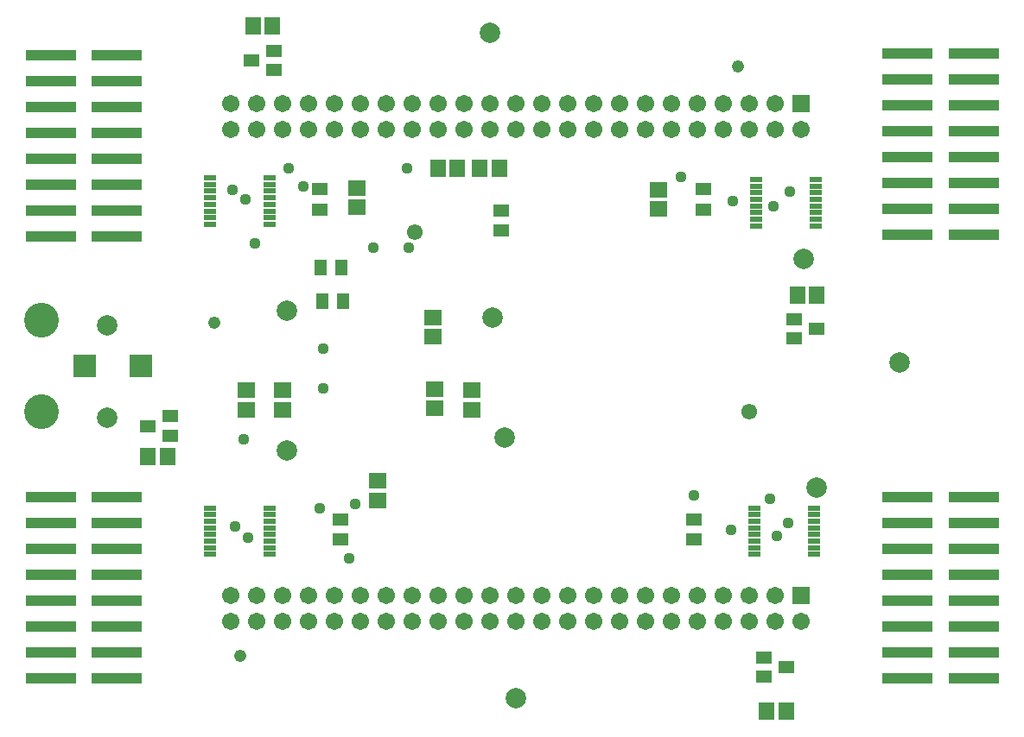
<source format=gbs>
G75*
%MOIN*%
%OFA0B0*%
%FSLAX24Y24*%
%IPPOS*%
%LPD*%
%AMOC8*
5,1,8,0,0,1.08239X$1,22.5*
%
%ADD10R,0.0671X0.0592*%
%ADD11R,0.0592X0.0671*%
%ADD12R,0.0907X0.0907*%
%ADD13C,0.1340*%
%ADD14R,0.0631X0.0474*%
%ADD15R,0.0631X0.0513*%
%ADD16R,0.0513X0.0631*%
%ADD17R,0.0674X0.0674*%
%ADD18C,0.0674*%
%ADD19R,0.0470X0.0200*%
%ADD20R,0.1970X0.0430*%
%ADD21C,0.0789*%
%ADD22C,0.0476*%
%ADD23C,0.0611*%
%ADD24C,0.0437*%
D10*
X016896Y010713D03*
X016896Y011462D03*
X019083Y014276D03*
X019083Y015024D03*
X020521Y014962D03*
X020521Y014213D03*
X019021Y017026D03*
X019021Y017774D03*
X016083Y022026D03*
X016083Y022774D03*
X013208Y014962D03*
X013208Y014213D03*
X011833Y014213D03*
X011833Y014962D03*
X027708Y021963D03*
X027708Y022712D03*
D11*
X033084Y018650D03*
X033832Y018650D03*
X021582Y023525D03*
X020834Y023525D03*
X019957Y023525D03*
X019209Y023525D03*
X012832Y029025D03*
X012084Y029025D03*
X008770Y012400D03*
X008022Y012400D03*
X031897Y002588D03*
X032645Y002588D03*
D12*
X007748Y015900D03*
X005583Y015900D03*
D13*
X003930Y017672D03*
X003930Y014128D03*
D14*
X008025Y013588D03*
X008891Y013962D03*
X008891Y013213D03*
X012891Y027338D03*
X012891Y028087D03*
X012025Y027713D03*
X032963Y017712D03*
X032963Y016963D03*
X033829Y017338D03*
X031775Y004649D03*
X031775Y003901D03*
X032641Y004275D03*
D15*
X029083Y009194D03*
X029083Y009981D03*
X015458Y009981D03*
X015458Y009194D03*
X021646Y021131D03*
X021646Y021919D03*
X014646Y021944D03*
X014646Y022731D03*
X029458Y022731D03*
X029458Y021944D03*
D16*
X015477Y019713D03*
X014689Y019713D03*
X014752Y018400D03*
X015539Y018400D03*
D17*
X033208Y026025D03*
X033208Y007025D03*
D18*
X032208Y007025D03*
X031208Y007025D03*
X030208Y007025D03*
X029208Y007025D03*
X028208Y007025D03*
X027208Y007025D03*
X026208Y007025D03*
X025208Y007025D03*
X024208Y007025D03*
X023208Y007025D03*
X022208Y007025D03*
X021208Y007025D03*
X020208Y007025D03*
X019208Y007025D03*
X018208Y007025D03*
X017208Y007025D03*
X016208Y007025D03*
X015208Y007025D03*
X014208Y007025D03*
X013208Y007025D03*
X012208Y007025D03*
X011208Y007025D03*
X011208Y006025D03*
X012208Y006025D03*
X013208Y006025D03*
X014208Y006025D03*
X015208Y006025D03*
X016208Y006025D03*
X017208Y006025D03*
X018208Y006025D03*
X019208Y006025D03*
X020208Y006025D03*
X021208Y006025D03*
X022208Y006025D03*
X023208Y006025D03*
X024208Y006025D03*
X025208Y006025D03*
X026208Y006025D03*
X027208Y006025D03*
X028208Y006025D03*
X029208Y006025D03*
X030208Y006025D03*
X031208Y006025D03*
X032208Y006025D03*
X033208Y006025D03*
X033208Y025025D03*
X032208Y025025D03*
X031208Y025025D03*
X030208Y025025D03*
X029208Y025025D03*
X028208Y025025D03*
X027208Y025025D03*
X026208Y025025D03*
X025208Y025025D03*
X024208Y025025D03*
X023208Y025025D03*
X022208Y025025D03*
X021208Y025025D03*
X020208Y025025D03*
X019208Y025025D03*
X018208Y025025D03*
X017208Y025025D03*
X016208Y025025D03*
X015208Y025025D03*
X014208Y025025D03*
X013208Y025025D03*
X012208Y025025D03*
X011208Y025025D03*
X011208Y026025D03*
X012208Y026025D03*
X013208Y026025D03*
X014208Y026025D03*
X015208Y026025D03*
X016208Y026025D03*
X017208Y026025D03*
X018208Y026025D03*
X019208Y026025D03*
X020208Y026025D03*
X021208Y026025D03*
X022208Y026025D03*
X023208Y026025D03*
X024208Y026025D03*
X025208Y026025D03*
X026208Y026025D03*
X027208Y026025D03*
X028208Y026025D03*
X029208Y026025D03*
X030208Y026025D03*
X031208Y026025D03*
X032208Y026025D03*
D19*
X031497Y023108D03*
X031497Y022852D03*
X031497Y022596D03*
X031497Y022340D03*
X031497Y022085D03*
X031497Y021829D03*
X031497Y021573D03*
X031497Y021317D03*
X033794Y021317D03*
X033794Y021573D03*
X033794Y021829D03*
X033794Y022085D03*
X033794Y022340D03*
X033794Y022596D03*
X033794Y022852D03*
X033794Y023108D03*
X033732Y010421D03*
X033732Y010165D03*
X033732Y009909D03*
X033732Y009653D03*
X033732Y009397D03*
X033732Y009141D03*
X033732Y008885D03*
X033732Y008629D03*
X031434Y008629D03*
X031434Y008885D03*
X031434Y009141D03*
X031434Y009397D03*
X031434Y009653D03*
X031434Y009909D03*
X031434Y010165D03*
X031434Y010421D03*
X012732Y010421D03*
X012732Y010165D03*
X012732Y009909D03*
X012732Y009653D03*
X012732Y009397D03*
X012732Y009141D03*
X012732Y008885D03*
X012732Y008629D03*
X010434Y008629D03*
X010434Y008885D03*
X010434Y009141D03*
X010434Y009397D03*
X010434Y009653D03*
X010434Y009909D03*
X010434Y010165D03*
X010434Y010421D03*
X010434Y021379D03*
X010434Y021635D03*
X010434Y021891D03*
X010434Y022147D03*
X010434Y022403D03*
X010434Y022659D03*
X010434Y022915D03*
X010434Y023171D03*
X012732Y023171D03*
X012732Y022915D03*
X012732Y022659D03*
X012732Y022403D03*
X012732Y022147D03*
X012732Y021891D03*
X012732Y021635D03*
X012732Y021379D03*
D20*
X004274Y003838D03*
X004274Y004838D03*
X004274Y005838D03*
X004274Y006838D03*
X004274Y007838D03*
X004274Y008838D03*
X004274Y009838D03*
X004274Y010838D03*
X006833Y010838D03*
X006833Y009838D03*
X006833Y008838D03*
X006833Y007838D03*
X006833Y006838D03*
X006833Y005838D03*
X006833Y004838D03*
X006833Y003838D03*
X006833Y020900D03*
X006833Y021900D03*
X006833Y022900D03*
X006833Y023900D03*
X006833Y024900D03*
X006833Y025900D03*
X006833Y026900D03*
X006833Y027900D03*
X004274Y027900D03*
X004274Y026900D03*
X004274Y025900D03*
X004274Y024900D03*
X004274Y023900D03*
X004274Y022900D03*
X004274Y021900D03*
X004274Y020900D03*
X037333Y020963D03*
X037333Y021963D03*
X037333Y022963D03*
X037333Y023963D03*
X037333Y024963D03*
X037333Y025963D03*
X037333Y026963D03*
X037333Y027963D03*
X039892Y027963D03*
X039892Y026963D03*
X039892Y025963D03*
X039892Y024963D03*
X039892Y023963D03*
X039892Y022963D03*
X039892Y021963D03*
X039892Y020963D03*
X039892Y010838D03*
X039892Y009838D03*
X039892Y008838D03*
X039892Y007838D03*
X039892Y006838D03*
X039892Y005838D03*
X039892Y004838D03*
X039892Y003838D03*
X037333Y003838D03*
X037333Y004838D03*
X037333Y005838D03*
X037333Y006838D03*
X037333Y007838D03*
X037333Y008838D03*
X037333Y009838D03*
X037333Y010838D03*
D21*
X033833Y011213D03*
X037021Y016025D03*
X033333Y020025D03*
X021771Y013150D03*
X021333Y017775D03*
X013396Y018025D03*
X006458Y017463D03*
X006458Y013900D03*
X013396Y012650D03*
X022208Y003088D03*
X021208Y028775D03*
D22*
X030771Y027463D03*
X010583Y017588D03*
X011583Y004713D03*
D23*
X031208Y014150D03*
X018333Y021088D03*
D24*
X018083Y020463D03*
X016708Y020463D03*
X014021Y022838D03*
X013458Y023525D03*
X011771Y022338D03*
X011271Y022713D03*
X012146Y020650D03*
X014771Y016588D03*
X014771Y015025D03*
X011708Y013088D03*
X014646Y010400D03*
X016021Y010588D03*
X015771Y008463D03*
X011896Y009275D03*
X011396Y009713D03*
X029083Y010900D03*
X030521Y009588D03*
X032021Y010775D03*
X032708Y009838D03*
X032271Y009338D03*
X032146Y022088D03*
X032771Y022650D03*
X030583Y022275D03*
X028583Y023213D03*
X018021Y023525D03*
M02*

</source>
